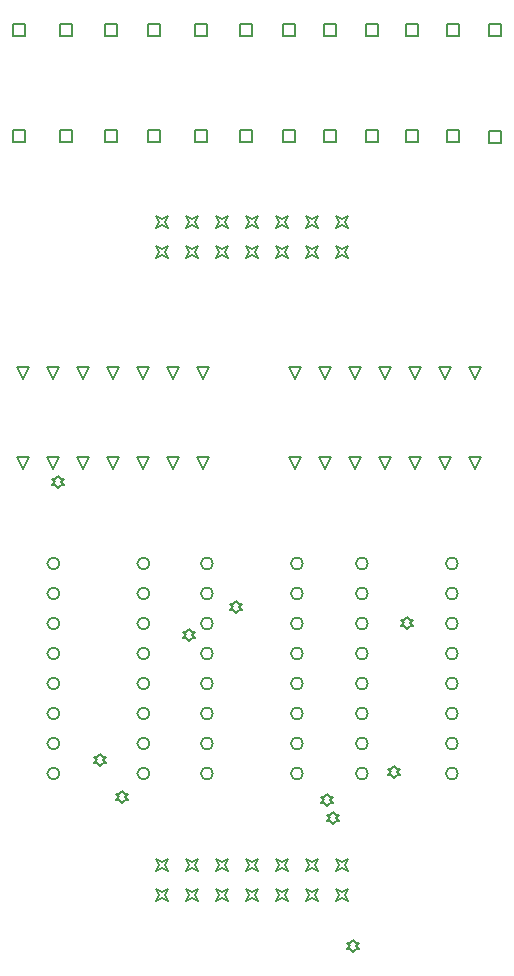
<source format=gbr>
%TF.GenerationSoftware,Altium Limited,Altium Designer,22.9.1 (49)*%
G04 Layer_Color=2752767*
%FSLAX45Y45*%
%MOMM*%
%TF.SameCoordinates,4BB515F2-1930-42CC-84AD-66DDC1B42358*%
%TF.FilePolarity,Positive*%
%TF.FileFunction,Drawing*%
%TF.Part,Single*%
G01*
G75*
%TA.AperFunction,NonConductor*%
%ADD45C,0.12700*%
%ADD46C,0.16933*%
D45*
X5550784Y8204200D02*
X5499984Y8305800D01*
X5601584D01*
X5550784Y8204200D01*
X5804784D02*
X5753984Y8305800D01*
X5855584D01*
X5804784Y8204200D01*
X6058784D02*
X6007984Y8305800D01*
X6109584D01*
X6058784Y8204200D01*
X6312784D02*
X6261984Y8305800D01*
X6363584D01*
X6312784Y8204200D01*
X6566784D02*
X6515984Y8305800D01*
X6617584D01*
X6566784Y8204200D01*
X6820784D02*
X6769984Y8305800D01*
X6871584D01*
X6820784Y8204200D01*
X7074784D02*
X7023984Y8305800D01*
X7125584D01*
X7074784Y8204200D01*
X5550784Y8966200D02*
X5499984Y9067800D01*
X5601584D01*
X5550784Y8966200D01*
X5804784D02*
X5753984Y9067800D01*
X5855584D01*
X5804784Y8966200D01*
X6058784D02*
X6007984Y9067800D01*
X6109584D01*
X6058784Y8966200D01*
X6312784D02*
X6261984Y9067800D01*
X6363584D01*
X6312784Y8966200D01*
X6566784D02*
X6515984Y9067800D01*
X6617584D01*
X6566784Y8966200D01*
X6820784D02*
X6769984Y9067800D01*
X6871584D01*
X6820784Y8966200D01*
X7074784D02*
X7023984Y9067800D01*
X7125584D01*
X7074784Y8966200D01*
X4775200D02*
X4724400Y9067800D01*
X4826000D01*
X4775200Y8966200D01*
X4521200D02*
X4470400Y9067800D01*
X4572000D01*
X4521200Y8966200D01*
X4267200D02*
X4216400Y9067800D01*
X4318000D01*
X4267200Y8966200D01*
X4013200D02*
X3962400Y9067800D01*
X4064000D01*
X4013200Y8966200D01*
X3759200D02*
X3708400Y9067800D01*
X3810000D01*
X3759200Y8966200D01*
X3505200D02*
X3454400Y9067800D01*
X3556000D01*
X3505200Y8966200D01*
X3251200D02*
X3200400Y9067800D01*
X3302000D01*
X3251200Y8966200D01*
X4775200Y8204200D02*
X4724400Y8305800D01*
X4826000D01*
X4775200Y8204200D01*
X4521200D02*
X4470400Y8305800D01*
X4572000D01*
X4521200Y8204200D01*
X4267200D02*
X4216400Y8305800D01*
X4318000D01*
X4267200Y8204200D01*
X4013200D02*
X3962400Y8305800D01*
X4064000D01*
X4013200Y8204200D01*
X3759200D02*
X3708400Y8305800D01*
X3810000D01*
X3759200Y8204200D01*
X3505200D02*
X3454400Y8305800D01*
X3556000D01*
X3505200Y8204200D01*
X3251200D02*
X3200400Y8305800D01*
X3302000D01*
X3251200Y8204200D01*
X7191649Y11867124D02*
Y11968724D01*
X7293249D01*
Y11867124D01*
X7191649D01*
Y10967121D02*
Y11068721D01*
X7293249D01*
Y10967121D01*
X7191649D01*
X3162905Y11872803D02*
Y11974403D01*
X3264505D01*
Y11872803D01*
X3162905D01*
Y10972800D02*
Y11074400D01*
X3264505D01*
Y10972800D01*
X3162905D01*
X6838000Y11872803D02*
Y11974403D01*
X6939600D01*
Y11872803D01*
X6838000D01*
Y10972800D02*
Y11074400D01*
X6939600D01*
Y10972800D01*
X6838000D01*
X3557494Y11872803D02*
Y11974403D01*
X3659094D01*
Y11872803D01*
X3557494D01*
Y10972800D02*
Y11074400D01*
X3659094D01*
Y10972800D01*
X3557494D01*
X6487861Y11872803D02*
Y11974403D01*
X6589461D01*
Y11872803D01*
X6487861D01*
Y10972800D02*
Y11074400D01*
X6589461D01*
Y10972800D01*
X6487861D01*
X3945392Y11872803D02*
Y11974403D01*
X4046992D01*
Y11872803D01*
X3945392D01*
Y10972800D02*
Y11074400D01*
X4046992D01*
Y10972800D01*
X3945392D01*
X6152632Y11872803D02*
Y11974403D01*
X6254232D01*
Y11872803D01*
X6152632D01*
Y10972800D02*
Y11074400D01*
X6254232D01*
Y10972800D01*
X6152632D01*
X4302989Y11872803D02*
Y11974403D01*
X4404589D01*
Y11872803D01*
X4302989D01*
Y10972800D02*
Y11074400D01*
X4404589D01*
Y10972800D01*
X4302989D01*
X5794060Y11872803D02*
Y11974403D01*
X5895660D01*
Y11872803D01*
X5794060D01*
Y10972800D02*
Y11074400D01*
X5895660D01*
Y10972800D01*
X5794060D01*
X4706082Y11872803D02*
Y11974403D01*
X4807682D01*
Y11872803D01*
X4706082D01*
Y10972800D02*
Y11074400D01*
X4807682D01*
Y10972800D01*
X4706082D01*
X5451511Y11872803D02*
Y11974403D01*
X5553111D01*
Y11872803D01*
X5451511D01*
Y10972800D02*
Y11074400D01*
X5553111D01*
Y10972800D01*
X5451511D01*
X5086589Y11872803D02*
Y11974403D01*
X5188189D01*
Y11872803D01*
X5086589D01*
Y10972800D02*
Y11074400D01*
X5188189D01*
Y10972800D01*
X5086589D01*
X5134488Y4799193D02*
X5159888Y4849993D01*
X5134488Y4900793D01*
X5185288Y4875393D01*
X5236088Y4900793D01*
X5210688Y4849993D01*
X5236088Y4799193D01*
X5185288Y4824593D01*
X5134488Y4799193D01*
Y4545193D02*
X5159888Y4595993D01*
X5134488Y4646793D01*
X5185288Y4621393D01*
X5236088Y4646793D01*
X5210688Y4595993D01*
X5236088Y4545193D01*
X5185288Y4570593D01*
X5134488Y4545193D01*
X4880488Y4799193D02*
X4905888Y4849993D01*
X4880488Y4900793D01*
X4931288Y4875393D01*
X4982088Y4900793D01*
X4956688Y4849993D01*
X4982088Y4799193D01*
X4931288Y4824593D01*
X4880488Y4799193D01*
Y4545193D02*
X4905888Y4595993D01*
X4880488Y4646793D01*
X4931288Y4621393D01*
X4982088Y4646793D01*
X4956688Y4595993D01*
X4982088Y4545193D01*
X4931288Y4570593D01*
X4880488Y4545193D01*
X4372488D02*
X4397888Y4595993D01*
X4372488Y4646793D01*
X4423288Y4621393D01*
X4474088Y4646793D01*
X4448688Y4595993D01*
X4474088Y4545193D01*
X4423288Y4570593D01*
X4372488Y4545193D01*
Y4799193D02*
X4397888Y4849993D01*
X4372488Y4900793D01*
X4423288Y4875393D01*
X4474088Y4900793D01*
X4448688Y4849993D01*
X4474088Y4799193D01*
X4423288Y4824593D01*
X4372488Y4799193D01*
X4626488Y4545193D02*
X4651888Y4595993D01*
X4626488Y4646793D01*
X4677288Y4621393D01*
X4728088Y4646793D01*
X4702688Y4595993D01*
X4728088Y4545193D01*
X4677288Y4570593D01*
X4626488Y4545193D01*
Y4799193D02*
X4651888Y4849993D01*
X4626488Y4900793D01*
X4677288Y4875393D01*
X4728088Y4900793D01*
X4702688Y4849993D01*
X4728088Y4799193D01*
X4677288Y4824593D01*
X4626488Y4799193D01*
X5388488Y4545193D02*
X5413888Y4595993D01*
X5388488Y4646793D01*
X5439288Y4621393D01*
X5490088Y4646793D01*
X5464688Y4595993D01*
X5490088Y4545193D01*
X5439288Y4570593D01*
X5388488Y4545193D01*
Y4799193D02*
X5413888Y4849993D01*
X5388488Y4900793D01*
X5439288Y4875393D01*
X5490088Y4900793D01*
X5464688Y4849993D01*
X5490088Y4799193D01*
X5439288Y4824593D01*
X5388488Y4799193D01*
X5642488Y4545193D02*
X5667888Y4595993D01*
X5642488Y4646793D01*
X5693288Y4621393D01*
X5744088Y4646793D01*
X5718688Y4595993D01*
X5744088Y4545193D01*
X5693288Y4570593D01*
X5642488Y4545193D01*
X5896488D02*
X5921888Y4595993D01*
X5896488Y4646793D01*
X5947288Y4621393D01*
X5998088Y4646793D01*
X5972688Y4595993D01*
X5998088Y4545193D01*
X5947288Y4570593D01*
X5896488Y4545193D01*
X5642488Y4799193D02*
X5667888Y4849993D01*
X5642488Y4900793D01*
X5693288Y4875393D01*
X5744088Y4900793D01*
X5718688Y4849993D01*
X5744088Y4799193D01*
X5693288Y4824593D01*
X5642488Y4799193D01*
X5896488D02*
X5921888Y4849993D01*
X5896488Y4900793D01*
X5947288Y4875393D01*
X5998088Y4900793D01*
X5972688Y4849993D01*
X5998088Y4799193D01*
X5947288Y4824593D01*
X5896488Y4799193D01*
X5133056Y10245908D02*
X5158456Y10296708D01*
X5133056Y10347508D01*
X5183856Y10322108D01*
X5234656Y10347508D01*
X5209256Y10296708D01*
X5234656Y10245908D01*
X5183856Y10271308D01*
X5133056Y10245908D01*
Y9991908D02*
X5158456Y10042708D01*
X5133056Y10093508D01*
X5183856Y10068108D01*
X5234656Y10093508D01*
X5209256Y10042708D01*
X5234656Y9991908D01*
X5183856Y10017308D01*
X5133056Y9991908D01*
X4879056Y10245908D02*
X4904456Y10296708D01*
X4879056Y10347508D01*
X4929856Y10322108D01*
X4980656Y10347508D01*
X4955256Y10296708D01*
X4980656Y10245908D01*
X4929856Y10271308D01*
X4879056Y10245908D01*
Y9991908D02*
X4904456Y10042708D01*
X4879056Y10093508D01*
X4929856Y10068108D01*
X4980656Y10093508D01*
X4955256Y10042708D01*
X4980656Y9991908D01*
X4929856Y10017308D01*
X4879056Y9991908D01*
X4371056D02*
X4396456Y10042708D01*
X4371056Y10093508D01*
X4421856Y10068108D01*
X4472656Y10093508D01*
X4447256Y10042708D01*
X4472656Y9991908D01*
X4421856Y10017308D01*
X4371056Y9991908D01*
Y10245908D02*
X4396456Y10296708D01*
X4371056Y10347508D01*
X4421856Y10322108D01*
X4472656Y10347508D01*
X4447256Y10296708D01*
X4472656Y10245908D01*
X4421856Y10271308D01*
X4371056Y10245908D01*
X4625056Y9991908D02*
X4650456Y10042708D01*
X4625056Y10093508D01*
X4675856Y10068108D01*
X4726656Y10093508D01*
X4701256Y10042708D01*
X4726656Y9991908D01*
X4675856Y10017308D01*
X4625056Y9991908D01*
Y10245908D02*
X4650456Y10296708D01*
X4625056Y10347508D01*
X4675856Y10322108D01*
X4726656Y10347508D01*
X4701256Y10296708D01*
X4726656Y10245908D01*
X4675856Y10271308D01*
X4625056Y10245908D01*
X5387056Y9991908D02*
X5412456Y10042708D01*
X5387056Y10093508D01*
X5437856Y10068108D01*
X5488656Y10093508D01*
X5463256Y10042708D01*
X5488656Y9991908D01*
X5437856Y10017308D01*
X5387056Y9991908D01*
Y10245908D02*
X5412456Y10296708D01*
X5387056Y10347508D01*
X5437856Y10322108D01*
X5488656Y10347508D01*
X5463256Y10296708D01*
X5488656Y10245908D01*
X5437856Y10271308D01*
X5387056Y10245908D01*
X5641056Y9991908D02*
X5666456Y10042708D01*
X5641056Y10093508D01*
X5691856Y10068108D01*
X5742656Y10093508D01*
X5717256Y10042708D01*
X5742656Y9991908D01*
X5691856Y10017308D01*
X5641056Y9991908D01*
X5895056D02*
X5920456Y10042708D01*
X5895056Y10093508D01*
X5945856Y10068108D01*
X5996656Y10093508D01*
X5971256Y10042708D01*
X5996656Y9991908D01*
X5945856Y10017308D01*
X5895056Y9991908D01*
X5641056Y10245908D02*
X5666456Y10296708D01*
X5641056Y10347508D01*
X5691856Y10322108D01*
X5742656Y10347508D01*
X5717256Y10296708D01*
X5742656Y10245908D01*
X5691856Y10271308D01*
X5641056Y10245908D01*
X5895056D02*
X5920456Y10296708D01*
X5895056Y10347508D01*
X5945856Y10322108D01*
X5996656Y10347508D01*
X5971256Y10296708D01*
X5996656Y10245908D01*
X5945856Y10271308D01*
X5895056Y10245908D01*
X3896360Y5692140D02*
X3921760Y5717540D01*
X3947160D01*
X3921760Y5742940D01*
X3947160Y5768340D01*
X3921760D01*
X3896360Y5793740D01*
X3870960Y5768340D01*
X3845560D01*
X3870960Y5742940D01*
X3845560Y5717540D01*
X3870960D01*
X3896360Y5692140D01*
X4655820Y6743700D02*
X4681220Y6769100D01*
X4706620D01*
X4681220Y6794500D01*
X4706620Y6819900D01*
X4681220D01*
X4655820Y6845300D01*
X4630420Y6819900D01*
X4605020D01*
X4630420Y6794500D01*
X4605020Y6769100D01*
X4630420D01*
X4655820Y6743700D01*
X6042660Y4114800D02*
X6068060Y4140200D01*
X6093460D01*
X6068060Y4165600D01*
X6093460Y4191000D01*
X6068060D01*
X6042660Y4216400D01*
X6017260Y4191000D01*
X5991860D01*
X6017260Y4165600D01*
X5991860Y4140200D01*
X6017260D01*
X6042660Y4114800D01*
X6499860Y6845300D02*
X6525260Y6870700D01*
X6550660D01*
X6525260Y6896100D01*
X6550660Y6921500D01*
X6525260D01*
X6499860Y6946900D01*
X6474460Y6921500D01*
X6449060D01*
X6474460Y6896100D01*
X6449060Y6870700D01*
X6474460D01*
X6499860Y6845300D01*
X5819140Y5346700D02*
X5844540Y5372100D01*
X5869940D01*
X5844540Y5397500D01*
X5869940Y5422900D01*
X5844540D01*
X5819140Y5448300D01*
X5793740Y5422900D01*
X5768340D01*
X5793740Y5397500D01*
X5768340Y5372100D01*
X5793740D01*
X5819140Y5346700D01*
X6385560Y5589920D02*
X6410960Y5615320D01*
X6436360D01*
X6410960Y5640720D01*
X6436360Y5666120D01*
X6410960D01*
X6385560Y5691520D01*
X6360160Y5666120D01*
X6334760D01*
X6360160Y5640720D01*
X6334760Y5615320D01*
X6360160D01*
X6385560Y5589920D01*
X5048128Y6982460D02*
X5073528Y7007860D01*
X5098928D01*
X5073528Y7033260D01*
X5098928Y7058660D01*
X5073528D01*
X5048128Y7084060D01*
X5022728Y7058660D01*
X4997328D01*
X5022728Y7033260D01*
X4997328Y7007860D01*
X5022728D01*
X5048128Y6982460D01*
X3540760Y8041640D02*
X3566160Y8067040D01*
X3591560D01*
X3566160Y8092440D01*
X3591560Y8117840D01*
X3566160D01*
X3540760Y8143240D01*
X3515360Y8117840D01*
X3489960D01*
X3515360Y8092440D01*
X3489960Y8067040D01*
X3515360D01*
X3540760Y8041640D01*
X5875020Y5194300D02*
X5900420Y5219700D01*
X5925820D01*
X5900420Y5245100D01*
X5925820Y5270500D01*
X5900420D01*
X5875020Y5295900D01*
X5849620Y5270500D01*
X5824220D01*
X5849620Y5245100D01*
X5824220Y5219700D01*
X5849620D01*
X5875020Y5194300D01*
X4086860Y5377180D02*
X4112260Y5402580D01*
X4137660D01*
X4112260Y5427980D01*
X4137660Y5453380D01*
X4112260D01*
X4086860Y5478780D01*
X4061460Y5453380D01*
X4036060D01*
X4061460Y5427980D01*
X4036060Y5402580D01*
X4061460D01*
X4086860Y5377180D01*
D46*
X6167740Y7404100D02*
G03*
X6167740Y7404100I-50800J0D01*
G01*
Y7150100D02*
G03*
X6167740Y7150100I-50800J0D01*
G01*
Y6896100D02*
G03*
X6167740Y6896100I-50800J0D01*
G01*
Y6642100D02*
G03*
X6167740Y6642100I-50800J0D01*
G01*
Y6388100D02*
G03*
X6167740Y6388100I-50800J0D01*
G01*
Y6134100D02*
G03*
X6167740Y6134100I-50800J0D01*
G01*
Y5880100D02*
G03*
X6167740Y5880100I-50800J0D01*
G01*
Y5626100D02*
G03*
X6167740Y5626100I-50800J0D01*
G01*
X6929740Y7404100D02*
G03*
X6929740Y7404100I-50800J0D01*
G01*
Y7150100D02*
G03*
X6929740Y7150100I-50800J0D01*
G01*
Y6896100D02*
G03*
X6929740Y6896100I-50800J0D01*
G01*
Y6642100D02*
G03*
X6929740Y6642100I-50800J0D01*
G01*
Y6388100D02*
G03*
X6929740Y6388100I-50800J0D01*
G01*
Y6134100D02*
G03*
X6929740Y6134100I-50800J0D01*
G01*
Y5880100D02*
G03*
X6929740Y5880100I-50800J0D01*
G01*
Y5626100D02*
G03*
X6929740Y5626100I-50800J0D01*
G01*
X4855088Y7404100D02*
G03*
X4855088Y7404100I-50800J0D01*
G01*
Y7150100D02*
G03*
X4855088Y7150100I-50800J0D01*
G01*
Y6896100D02*
G03*
X4855088Y6896100I-50800J0D01*
G01*
Y6642100D02*
G03*
X4855088Y6642100I-50800J0D01*
G01*
Y6388100D02*
G03*
X4855088Y6388100I-50800J0D01*
G01*
Y6134100D02*
G03*
X4855088Y6134100I-50800J0D01*
G01*
Y5880100D02*
G03*
X4855088Y5880100I-50800J0D01*
G01*
Y5626100D02*
G03*
X4855088Y5626100I-50800J0D01*
G01*
X5617088Y7404100D02*
G03*
X5617088Y7404100I-50800J0D01*
G01*
Y7150100D02*
G03*
X5617088Y7150100I-50800J0D01*
G01*
Y6896100D02*
G03*
X5617088Y6896100I-50800J0D01*
G01*
Y6642100D02*
G03*
X5617088Y6642100I-50800J0D01*
G01*
Y6388100D02*
G03*
X5617088Y6388100I-50800J0D01*
G01*
Y6134100D02*
G03*
X5617088Y6134100I-50800J0D01*
G01*
Y5880100D02*
G03*
X5617088Y5880100I-50800J0D01*
G01*
Y5626100D02*
G03*
X5617088Y5626100I-50800J0D01*
G01*
X3556000Y7404100D02*
G03*
X3556000Y7404100I-50800J0D01*
G01*
Y7150100D02*
G03*
X3556000Y7150100I-50800J0D01*
G01*
Y6896100D02*
G03*
X3556000Y6896100I-50800J0D01*
G01*
Y6642100D02*
G03*
X3556000Y6642100I-50800J0D01*
G01*
Y6388100D02*
G03*
X3556000Y6388100I-50800J0D01*
G01*
Y6134100D02*
G03*
X3556000Y6134100I-50800J0D01*
G01*
Y5880100D02*
G03*
X3556000Y5880100I-50800J0D01*
G01*
Y5626100D02*
G03*
X3556000Y5626100I-50800J0D01*
G01*
X4318000Y7404100D02*
G03*
X4318000Y7404100I-50800J0D01*
G01*
Y7150100D02*
G03*
X4318000Y7150100I-50800J0D01*
G01*
Y6896100D02*
G03*
X4318000Y6896100I-50800J0D01*
G01*
Y6642100D02*
G03*
X4318000Y6642100I-50800J0D01*
G01*
Y6388100D02*
G03*
X4318000Y6388100I-50800J0D01*
G01*
Y6134100D02*
G03*
X4318000Y6134100I-50800J0D01*
G01*
Y5880100D02*
G03*
X4318000Y5880100I-50800J0D01*
G01*
Y5626100D02*
G03*
X4318000Y5626100I-50800J0D01*
G01*
%TF.MD5,6dcd84ff0bf91b12ac8e9dee9822fe88*%
M02*

</source>
